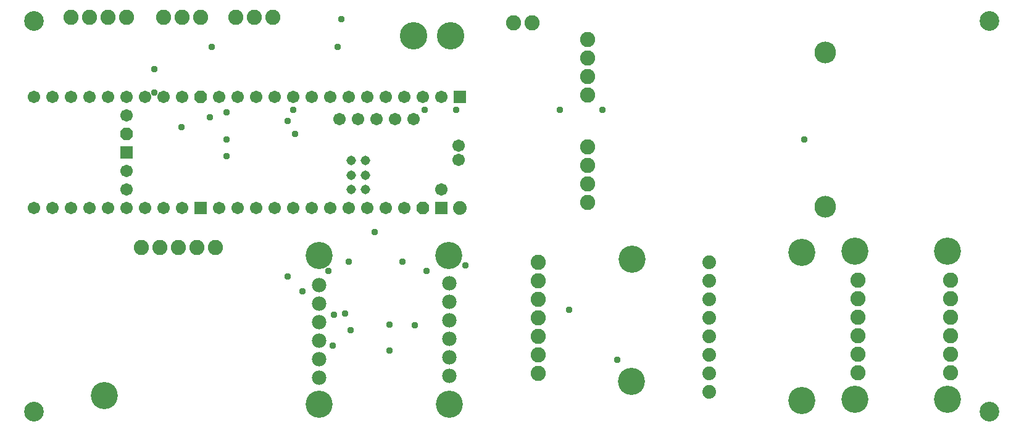
<source format=gbr>
G04 EAGLE Gerber RS-274X export*
G75*
%MOMM*%
%FSLAX34Y34*%
%LPD*%
%INSoldermask Bottom*%
%IPPOS*%
%AMOC8*
5,1,8,0,0,1.08239X$1,22.5*%
G01*
%ADD10C,2.703200*%
%ADD11C,2.978200*%
%ADD12C,2.082800*%
%ADD13R,1.711200X1.711200*%
%ADD14C,1.879600*%
%ADD15P,1.852186X8X292.500000*%
%ADD16C,1.711200*%
%ADD17C,1.311200*%
%ADD18C,3.719200*%
%ADD19C,1.981200*%
%ADD20C,3.759200*%
%ADD21C,0.959600*%


D10*
X-38100Y1043940D03*
X-38100Y508000D03*
X1272540Y1043940D03*
X1272540Y508000D03*
D11*
X1046580Y789740D03*
X1046580Y1000740D03*
D12*
X12700Y1049020D03*
X38100Y1049020D03*
X63500Y1049020D03*
X88900Y1049020D03*
X139700Y1049020D03*
X165100Y1049020D03*
X190500Y1049020D03*
D13*
X546100Y939800D03*
X88900Y863600D03*
X520700Y787400D03*
D14*
X546100Y787400D03*
D15*
X495300Y787400D03*
X88900Y889000D03*
D16*
X88900Y914400D03*
X88900Y838200D03*
X88900Y812800D03*
X215900Y787400D03*
X215900Y939800D03*
X520700Y939800D03*
X495300Y939800D03*
X469900Y939800D03*
X444500Y939800D03*
X419100Y939800D03*
X393700Y939800D03*
X368300Y939800D03*
X342900Y939800D03*
X317500Y939800D03*
X292100Y939800D03*
X266700Y939800D03*
X241300Y939800D03*
X520700Y812800D03*
X241300Y787400D03*
X266700Y787400D03*
X292100Y787400D03*
X317500Y787400D03*
X342900Y787400D03*
X368300Y787400D03*
X393700Y787400D03*
X419100Y787400D03*
X444500Y787400D03*
X469900Y787400D03*
D15*
X190500Y939800D03*
D16*
X139700Y939800D03*
X114300Y939800D03*
X88900Y939800D03*
X63500Y939800D03*
X38100Y939800D03*
X12700Y939800D03*
X-12700Y939800D03*
X-38100Y939800D03*
X165100Y787400D03*
X139700Y787400D03*
X114300Y787400D03*
X88900Y787400D03*
X63500Y787400D03*
X38100Y787400D03*
X12700Y787400D03*
X-12700Y787400D03*
X-38100Y787400D03*
X482600Y909800D03*
X457200Y909800D03*
X431800Y909800D03*
X406400Y909800D03*
X381000Y909800D03*
X165100Y939800D03*
D13*
X190500Y787400D03*
D16*
X543800Y853600D03*
X543800Y873600D03*
D17*
X416400Y812800D03*
X416400Y832800D03*
X416400Y852800D03*
X396400Y812800D03*
X396400Y832800D03*
X396400Y852800D03*
D14*
X887476Y712978D03*
X887476Y687578D03*
X887476Y662178D03*
X887476Y636778D03*
X887476Y611378D03*
X887476Y585978D03*
X887476Y560578D03*
X887476Y535178D03*
D18*
X1014476Y726948D03*
X1014476Y523748D03*
D12*
X721360Y942340D03*
X721360Y967740D03*
X721360Y993140D03*
X721360Y1018540D03*
X108712Y733552D03*
X134112Y733552D03*
X159512Y733552D03*
X184912Y733552D03*
X210312Y733552D03*
D18*
X57912Y530352D03*
D12*
X653352Y713105D03*
X653352Y687705D03*
X653352Y662305D03*
X653352Y636905D03*
X653352Y611505D03*
X653352Y586105D03*
X653352Y560705D03*
D18*
X781677Y717739D03*
X781304Y549910D03*
D12*
X721360Y795020D03*
X721360Y820420D03*
X721360Y845820D03*
X721360Y871220D03*
D19*
X352679Y682244D03*
X352679Y656844D03*
X352679Y631444D03*
X352679Y606044D03*
X352679Y580644D03*
X352679Y555244D03*
X531114Y684149D03*
X531114Y658749D03*
X531114Y633349D03*
X531114Y607949D03*
X531114Y582549D03*
X531114Y557149D03*
D18*
X531114Y518414D03*
X530479Y722884D03*
X352679Y722884D03*
X352679Y518414D03*
D12*
X1092200Y688340D03*
X1092200Y662940D03*
X1092200Y637540D03*
X1092200Y612140D03*
X1092200Y586740D03*
X1092200Y561340D03*
D18*
X1214493Y728534D03*
X1214493Y525334D03*
X1087493Y525334D03*
X1087493Y728534D03*
D12*
X1219200Y688340D03*
X1219200Y662940D03*
X1219200Y637540D03*
X1219200Y612140D03*
X1219200Y586740D03*
X1219200Y561340D03*
D20*
X482600Y1023620D03*
X533400Y1023620D03*
D12*
X619760Y1041400D03*
X645160Y1041400D03*
X238760Y1049020D03*
X264160Y1049020D03*
X289560Y1049020D03*
D21*
X553720Y708660D03*
X1018540Y881380D03*
X383540Y1046480D03*
X378460Y1008380D03*
X205740Y1008380D03*
X127000Y946150D03*
X309880Y693420D03*
X330200Y673100D03*
X388620Y642620D03*
X396240Y619760D03*
X127000Y977900D03*
X371475Y598488D03*
X225425Y919163D03*
X373063Y641350D03*
X484188Y627063D03*
X226060Y858520D03*
X320040Y889000D03*
X309880Y906780D03*
X226060Y881380D03*
X203200Y911860D03*
X317500Y922020D03*
X497840Y922020D03*
X541020Y922020D03*
X683260Y922020D03*
X741680Y922020D03*
X429260Y754380D03*
X449580Y627380D03*
X449580Y591820D03*
X500380Y701040D03*
X365760Y701040D03*
X695960Y647700D03*
X762000Y579120D03*
X467360Y713740D03*
X393700Y713740D03*
X163513Y898525D03*
M02*

</source>
